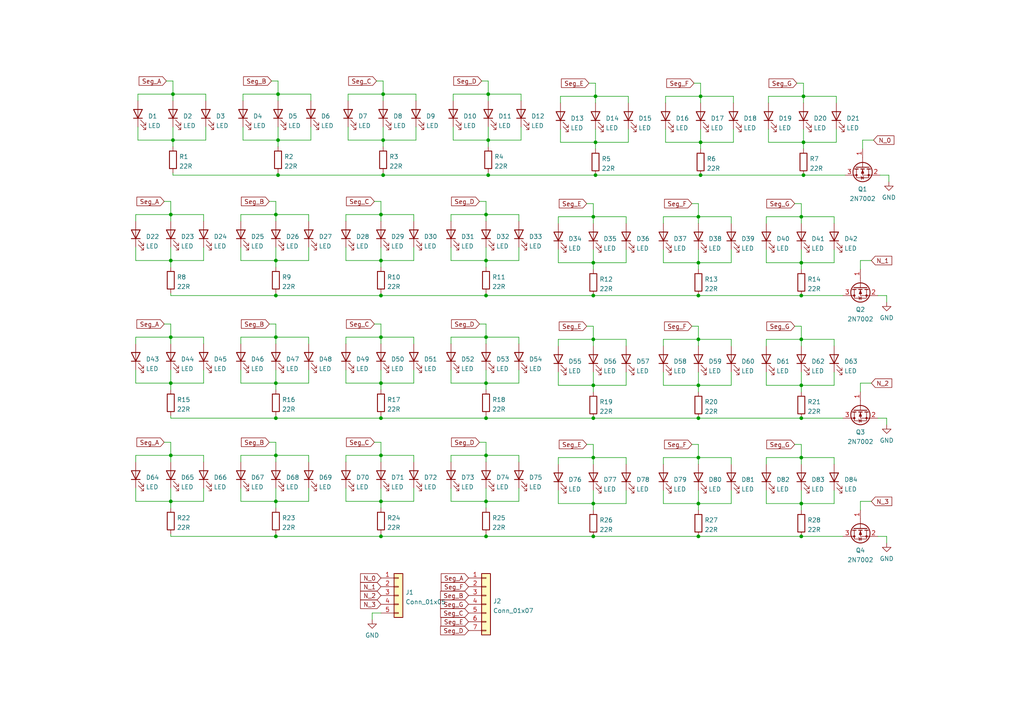
<source format=kicad_sch>
(kicad_sch (version 20211123) (generator eeschema)
  (paper "A4")
  (junction (at 140.97 111.125))
  (junction (at 202.565 85.725))
  (junction (at 172.085 111.76))
  (junction (at 110.49 121.285))
  (junction (at 111.125 50.8))
  (junction (at 232.41 121.285))
  (junction (at 110.49 145.415))
  (junction (at 110.49 111.125))
  (junction (at 110.49 75.565))
  (junction (at 80.01 85.725))
  (junction (at 80.01 155.575))
  (junction (at 202.565 132.715))
  (junction (at 233.045 50.8))
  (junction (at 49.53 97.79))
  (junction (at 80.645 27.305))
  (junction (at 140.97 121.285))
  (junction (at 80.01 132.08))
  (junction (at 202.565 146.05))
  (junction (at 172.72 50.8))
  (junction (at 50.165 27.305))
  (junction (at 202.565 62.865))
  (junction (at 203.2 41.275))
  (junction (at 80.01 97.79))
  (junction (at 140.97 145.415))
  (junction (at 110.49 62.23))
  (junction (at 141.605 40.64))
  (junction (at 140.97 62.23))
  (junction (at 110.49 85.725))
  (junction (at 232.41 62.865))
  (junction (at 140.97 85.725))
  (junction (at 172.72 41.275))
  (junction (at 172.085 121.285))
  (junction (at 49.53 132.08))
  (junction (at 202.565 121.285))
  (junction (at 232.41 155.575))
  (junction (at 80.01 75.565))
  (junction (at 233.045 27.94))
  (junction (at 140.97 155.575))
  (junction (at 232.41 111.76))
  (junction (at 232.41 85.725))
  (junction (at 203.2 50.8))
  (junction (at 140.97 132.08))
  (junction (at 172.085 98.425))
  (junction (at 232.41 76.2))
  (junction (at 172.085 85.725))
  (junction (at 172.085 62.865))
  (junction (at 49.53 111.125))
  (junction (at 49.53 145.415))
  (junction (at 172.085 132.715))
  (junction (at 80.01 111.125))
  (junction (at 202.565 76.2))
  (junction (at 140.97 75.565))
  (junction (at 232.41 132.715))
  (junction (at 80.01 121.285))
  (junction (at 202.565 111.76))
  (junction (at 80.01 145.415))
  (junction (at 50.165 40.64))
  (junction (at 172.085 76.2))
  (junction (at 49.53 75.565))
  (junction (at 202.565 98.425))
  (junction (at 49.53 62.23))
  (junction (at 110.49 132.08))
  (junction (at 80.645 50.8))
  (junction (at 110.49 155.575))
  (junction (at 232.41 98.425))
  (junction (at 110.49 97.79))
  (junction (at 111.125 40.64))
  (junction (at 80.645 40.64))
  (junction (at 140.97 97.79))
  (junction (at 233.045 41.275))
  (junction (at 232.41 146.05))
  (junction (at 172.085 146.05))
  (junction (at 202.565 155.575))
  (junction (at 172.085 155.575))
  (junction (at 203.2 27.94))
  (junction (at 111.125 27.305))
  (junction (at 80.01 62.23))
  (junction (at 172.72 27.94))
  (junction (at 141.605 50.8))
  (junction (at 141.605 27.305))
  (wire (pts (xy 172.085 121.285) (xy 202.565 121.285)))
  (wire (pts (xy 70.485 40.64) (xy 80.645 40.64)))
  (wire (pts (xy 49.53 71.755) (xy 49.53 75.565)))
  (wire (pts (xy 172.72 24.13) (xy 172.72 27.94)))
  (wire (pts (xy 130.81 111.125) (xy 140.97 111.125)))
  (wire (pts (xy 140.97 62.23) (xy 140.97 64.135)))
  (wire (pts (xy 222.885 37.465) (xy 222.885 41.275)))
  (wire (pts (xy 222.885 29.845) (xy 222.885 27.94)))
  (wire (pts (xy 232.41 76.2) (xy 232.41 78.105)))
  (wire (pts (xy 202.565 59.055) (xy 202.565 62.865)))
  (wire (pts (xy 100.965 27.305) (xy 111.125 27.305)))
  (wire (pts (xy 257.175 121.285) (xy 254.635 121.285)))
  (wire (pts (xy 120.015 133.985) (xy 120.015 132.08)))
  (wire (pts (xy 140.97 62.23) (xy 150.495 62.23)))
  (wire (pts (xy 80.01 75.565) (xy 80.01 77.47)))
  (wire (pts (xy 161.925 100.33) (xy 161.925 98.425)))
  (wire (pts (xy 110.49 145.415) (xy 110.49 147.32)))
  (wire (pts (xy 202.565 121.285) (xy 232.41 121.285)))
  (wire (pts (xy 78.74 23.495) (xy 80.645 23.495)))
  (wire (pts (xy 140.97 141.605) (xy 140.97 145.415)))
  (wire (pts (xy 107.95 179.705) (xy 107.95 177.8)))
  (wire (pts (xy 49.53 132.08) (xy 59.055 132.08)))
  (wire (pts (xy 172.085 132.715) (xy 172.085 134.62)))
  (wire (pts (xy 100.965 36.83) (xy 100.965 40.64)))
  (wire (pts (xy 222.25 111.76) (xy 232.41 111.76)))
  (wire (pts (xy 249.555 145.415) (xy 249.555 147.955)))
  (wire (pts (xy 100.33 107.315) (xy 100.33 111.125)))
  (wire (pts (xy 230.505 94.615) (xy 232.41 94.615)))
  (wire (pts (xy 162.56 41.275) (xy 172.72 41.275)))
  (wire (pts (xy 49.53 93.98) (xy 49.53 97.79)))
  (wire (pts (xy 47.625 128.27) (xy 49.53 128.27)))
  (wire (pts (xy 192.405 146.05) (xy 202.565 146.05)))
  (wire (pts (xy 110.49 128.27) (xy 110.49 132.08)))
  (wire (pts (xy 50.165 27.305) (xy 59.69 27.305)))
  (wire (pts (xy 230.505 128.905) (xy 232.41 128.905)))
  (wire (pts (xy 107.95 177.8) (xy 110.49 177.8)))
  (wire (pts (xy 212.09 76.2) (xy 212.09 72.39)))
  (wire (pts (xy 170.18 94.615) (xy 172.085 94.615)))
  (wire (pts (xy 49.53 155.575) (xy 80.01 155.575)))
  (wire (pts (xy 50.165 27.305) (xy 50.165 29.21)))
  (wire (pts (xy 80.645 36.83) (xy 80.645 40.64)))
  (wire (pts (xy 150.495 99.695) (xy 150.495 97.79)))
  (wire (pts (xy 80.01 85.09) (xy 80.01 85.725)))
  (wire (pts (xy 90.17 40.64) (xy 90.17 36.83)))
  (wire (pts (xy 50.165 40.64) (xy 50.165 42.545)))
  (wire (pts (xy 252.73 145.415) (xy 249.555 145.415)))
  (wire (pts (xy 130.81 62.23) (xy 140.97 62.23)))
  (wire (pts (xy 80.01 120.65) (xy 80.01 121.285)))
  (wire (pts (xy 181.61 64.77) (xy 181.61 62.865)))
  (wire (pts (xy 49.53 62.23) (xy 49.53 64.135)))
  (wire (pts (xy 203.2 37.465) (xy 203.2 41.275)))
  (wire (pts (xy 200.66 128.905) (xy 202.565 128.905)))
  (wire (pts (xy 172.085 76.2) (xy 172.085 78.105)))
  (wire (pts (xy 232.41 121.285) (xy 244.475 121.285)))
  (wire (pts (xy 192.405 142.24) (xy 192.405 146.05)))
  (wire (pts (xy 222.25 72.39) (xy 222.25 76.2)))
  (wire (pts (xy 69.85 64.135) (xy 69.85 62.23)))
  (wire (pts (xy 110.49 85.725) (xy 140.97 85.725)))
  (wire (pts (xy 222.25 64.77) (xy 222.25 62.865)))
  (wire (pts (xy 172.72 50.8) (xy 203.2 50.8)))
  (wire (pts (xy 140.97 111.125) (xy 150.495 111.125)))
  (wire (pts (xy 202.565 85.725) (xy 232.41 85.725)))
  (wire (pts (xy 203.2 50.8) (xy 233.045 50.8)))
  (wire (pts (xy 162.56 27.94) (xy 172.72 27.94)))
  (wire (pts (xy 80.01 97.79) (xy 89.535 97.79)))
  (wire (pts (xy 110.49 97.79) (xy 110.49 99.695)))
  (wire (pts (xy 150.495 111.125) (xy 150.495 107.315)))
  (wire (pts (xy 120.65 40.64) (xy 120.65 36.83)))
  (wire (pts (xy 69.85 141.605) (xy 69.85 145.415)))
  (wire (pts (xy 49.53 85.725) (xy 80.01 85.725)))
  (wire (pts (xy 140.97 154.94) (xy 140.97 155.575)))
  (wire (pts (xy 141.605 27.305) (xy 141.605 29.21)))
  (wire (pts (xy 202.565 111.76) (xy 202.565 113.665)))
  (wire (pts (xy 250.19 40.64) (xy 250.19 43.18)))
  (wire (pts (xy 100.33 97.79) (xy 110.49 97.79)))
  (wire (pts (xy 70.485 27.305) (xy 80.645 27.305)))
  (wire (pts (xy 232.41 107.95) (xy 232.41 111.76)))
  (wire (pts (xy 120.015 111.125) (xy 120.015 107.315)))
  (wire (pts (xy 39.37 141.605) (xy 39.37 145.415)))
  (wire (pts (xy 140.97 97.79) (xy 150.495 97.79)))
  (wire (pts (xy 170.18 59.055) (xy 172.085 59.055)))
  (wire (pts (xy 110.49 62.23) (xy 120.015 62.23)))
  (wire (pts (xy 80.01 145.415) (xy 89.535 145.415)))
  (wire (pts (xy 130.81 97.79) (xy 140.97 97.79)))
  (wire (pts (xy 50.165 50.165) (xy 50.165 50.8)))
  (wire (pts (xy 47.625 58.42) (xy 49.53 58.42)))
  (wire (pts (xy 202.565 132.715) (xy 202.565 134.62)))
  (wire (pts (xy 39.37 71.755) (xy 39.37 75.565)))
  (wire (pts (xy 222.25 100.33) (xy 222.25 98.425)))
  (wire (pts (xy 202.565 76.2) (xy 212.09 76.2)))
  (wire (pts (xy 232.41 132.715) (xy 241.935 132.715)))
  (wire (pts (xy 120.015 145.415) (xy 120.015 141.605)))
  (wire (pts (xy 49.53 58.42) (xy 49.53 62.23)))
  (wire (pts (xy 232.41 146.05) (xy 232.41 147.955)))
  (wire (pts (xy 49.53 141.605) (xy 49.53 145.415)))
  (wire (pts (xy 232.41 72.39) (xy 232.41 76.2)))
  (wire (pts (xy 172.72 41.275) (xy 172.72 43.18)))
  (wire (pts (xy 212.09 111.76) (xy 212.09 107.95)))
  (wire (pts (xy 49.53 111.125) (xy 59.055 111.125)))
  (wire (pts (xy 257.175 87.63) (xy 257.175 85.725)))
  (wire (pts (xy 203.2 27.94) (xy 212.725 27.94)))
  (wire (pts (xy 150.495 64.135) (xy 150.495 62.23)))
  (wire (pts (xy 80.01 75.565) (xy 89.535 75.565)))
  (wire (pts (xy 130.81 141.605) (xy 130.81 145.415)))
  (wire (pts (xy 69.85 97.79) (xy 80.01 97.79)))
  (wire (pts (xy 241.935 146.05) (xy 241.935 142.24)))
  (wire (pts (xy 111.125 40.64) (xy 120.65 40.64)))
  (wire (pts (xy 110.49 93.98) (xy 110.49 97.79)))
  (wire (pts (xy 140.97 58.42) (xy 140.97 62.23)))
  (wire (pts (xy 192.405 111.76) (xy 202.565 111.76)))
  (wire (pts (xy 80.645 50.8) (xy 111.125 50.8)))
  (wire (pts (xy 202.565 146.05) (xy 212.09 146.05)))
  (wire (pts (xy 59.69 40.64) (xy 59.69 36.83)))
  (wire (pts (xy 78.105 58.42) (xy 80.01 58.42)))
  (wire (pts (xy 100.33 111.125) (xy 110.49 111.125)))
  (wire (pts (xy 172.085 146.05) (xy 172.085 147.955)))
  (wire (pts (xy 49.53 120.65) (xy 49.53 121.285)))
  (wire (pts (xy 181.61 146.05) (xy 181.61 142.24)))
  (wire (pts (xy 232.41 111.76) (xy 241.935 111.76)))
  (wire (pts (xy 162.56 29.845) (xy 162.56 27.94)))
  (wire (pts (xy 141.605 50.8) (xy 172.72 50.8)))
  (wire (pts (xy 192.405 98.425) (xy 202.565 98.425)))
  (wire (pts (xy 192.405 64.77) (xy 192.405 62.865)))
  (wire (pts (xy 192.405 100.33) (xy 192.405 98.425)))
  (wire (pts (xy 139.065 93.98) (xy 140.97 93.98)))
  (wire (pts (xy 233.045 24.13) (xy 233.045 27.94)))
  (wire (pts (xy 193.04 27.94) (xy 203.2 27.94)))
  (wire (pts (xy 172.085 76.2) (xy 181.61 76.2)))
  (wire (pts (xy 39.37 75.565) (xy 49.53 75.565)))
  (wire (pts (xy 172.72 27.94) (xy 182.245 27.94)))
  (wire (pts (xy 120.015 75.565) (xy 120.015 71.755)))
  (wire (pts (xy 161.925 98.425) (xy 172.085 98.425)))
  (wire (pts (xy 49.53 62.23) (xy 59.055 62.23)))
  (wire (pts (xy 232.41 146.05) (xy 241.935 146.05)))
  (wire (pts (xy 50.165 36.83) (xy 50.165 40.64)))
  (wire (pts (xy 90.17 29.21) (xy 90.17 27.305)))
  (wire (pts (xy 80.01 128.27) (xy 80.01 132.08)))
  (wire (pts (xy 161.925 76.2) (xy 172.085 76.2)))
  (wire (pts (xy 181.61 100.33) (xy 181.61 98.425)))
  (wire (pts (xy 232.41 62.865) (xy 232.41 64.77)))
  (wire (pts (xy 78.105 128.27) (xy 80.01 128.27)))
  (wire (pts (xy 172.085 98.425) (xy 172.085 100.33)))
  (wire (pts (xy 111.125 50.165) (xy 111.125 50.8)))
  (wire (pts (xy 80.01 71.755) (xy 80.01 75.565)))
  (wire (pts (xy 233.045 41.275) (xy 233.045 43.18)))
  (wire (pts (xy 200.66 59.055) (xy 202.565 59.055)))
  (wire (pts (xy 100.33 62.23) (xy 110.49 62.23)))
  (wire (pts (xy 47.625 93.98) (xy 49.53 93.98)))
  (wire (pts (xy 69.85 71.755) (xy 69.85 75.565)))
  (wire (pts (xy 172.085 94.615) (xy 172.085 98.425)))
  (wire (pts (xy 200.66 94.615) (xy 202.565 94.615)))
  (wire (pts (xy 202.565 142.24) (xy 202.565 146.05)))
  (wire (pts (xy 172.085 62.865) (xy 181.61 62.865)))
  (wire (pts (xy 233.045 41.275) (xy 242.57 41.275)))
  (wire (pts (xy 203.2 41.275) (xy 203.2 43.18)))
  (wire (pts (xy 222.25 107.95) (xy 222.25 111.76)))
  (wire (pts (xy 203.2 41.275) (xy 212.725 41.275)))
  (wire (pts (xy 162.56 37.465) (xy 162.56 41.275)))
  (wire (pts (xy 172.72 27.94) (xy 172.72 29.845)))
  (wire (pts (xy 130.81 132.08) (xy 140.97 132.08)))
  (wire (pts (xy 202.565 155.575) (xy 232.41 155.575)))
  (wire (pts (xy 192.405 76.2) (xy 202.565 76.2)))
  (wire (pts (xy 222.885 41.275) (xy 233.045 41.275)))
  (wire (pts (xy 140.97 107.315) (xy 140.97 111.125)))
  (wire (pts (xy 100.33 133.985) (xy 100.33 132.08)))
  (wire (pts (xy 80.645 40.64) (xy 80.645 42.545)))
  (wire (pts (xy 120.015 64.135) (xy 120.015 62.23)))
  (wire (pts (xy 172.72 41.275) (xy 182.245 41.275)))
  (wire (pts (xy 172.085 142.24) (xy 172.085 146.05)))
  (wire (pts (xy 108.585 58.42) (xy 110.49 58.42)))
  (wire (pts (xy 110.49 111.125) (xy 120.015 111.125)))
  (wire (pts (xy 110.49 71.755) (xy 110.49 75.565)))
  (wire (pts (xy 182.245 41.275) (xy 182.245 37.465)))
  (wire (pts (xy 39.37 64.135) (xy 39.37 62.23)))
  (wire (pts (xy 70.485 36.83) (xy 70.485 40.64)))
  (wire (pts (xy 80.01 141.605) (xy 80.01 145.415)))
  (wire (pts (xy 202.565 107.95) (xy 202.565 111.76)))
  (wire (pts (xy 110.49 75.565) (xy 110.49 77.47)))
  (wire (pts (xy 222.25 146.05) (xy 232.41 146.05)))
  (wire (pts (xy 172.085 85.725) (xy 202.565 85.725)))
  (wire (pts (xy 69.85 145.415) (xy 80.01 145.415)))
  (wire (pts (xy 110.49 155.575) (xy 140.97 155.575)))
  (wire (pts (xy 141.605 40.64) (xy 151.13 40.64)))
  (wire (pts (xy 140.97 97.79) (xy 140.97 99.695)))
  (wire (pts (xy 172.085 111.76) (xy 172.085 113.665)))
  (wire (pts (xy 181.61 76.2) (xy 181.61 72.39)))
  (wire (pts (xy 69.85 75.565) (xy 80.01 75.565)))
  (wire (pts (xy 212.725 29.845) (xy 212.725 27.94)))
  (wire (pts (xy 59.055 111.125) (xy 59.055 107.315)))
  (wire (pts (xy 110.49 58.42) (xy 110.49 62.23)))
  (wire (pts (xy 80.01 132.08) (xy 80.01 133.985)))
  (wire (pts (xy 40.005 40.64) (xy 50.165 40.64)))
  (wire (pts (xy 232.41 94.615) (xy 232.41 98.425)))
  (wire (pts (xy 89.535 145.415) (xy 89.535 141.605)))
  (wire (pts (xy 40.005 29.21) (xy 40.005 27.305)))
  (wire (pts (xy 89.535 75.565) (xy 89.535 71.755)))
  (wire (pts (xy 39.37 111.125) (xy 49.53 111.125)))
  (wire (pts (xy 161.925 134.62) (xy 161.925 132.715)))
  (wire (pts (xy 110.49 107.315) (xy 110.49 111.125)))
  (wire (pts (xy 140.97 111.125) (xy 140.97 113.03)))
  (wire (pts (xy 49.53 154.94) (xy 49.53 155.575)))
  (wire (pts (xy 49.53 97.79) (xy 49.53 99.695)))
  (wire (pts (xy 202.565 132.715) (xy 212.09 132.715)))
  (wire (pts (xy 110.49 145.415) (xy 120.015 145.415)))
  (wire (pts (xy 140.97 75.565) (xy 140.97 77.47)))
  (wire (pts (xy 110.49 97.79) (xy 120.015 97.79)))
  (wire (pts (xy 161.925 64.77) (xy 161.925 62.865)))
  (wire (pts (xy 49.53 75.565) (xy 59.055 75.565)))
  (wire (pts (xy 130.81 133.985) (xy 130.81 132.08)))
  (wire (pts (xy 172.085 62.865) (xy 172.085 64.77)))
  (wire (pts (xy 241.935 134.62) (xy 241.935 132.715)))
  (wire (pts (xy 110.49 120.65) (xy 110.49 121.285)))
  (wire (pts (xy 172.085 59.055) (xy 172.085 62.865)))
  (wire (pts (xy 49.53 145.415) (xy 59.055 145.415)))
  (wire (pts (xy 100.33 132.08) (xy 110.49 132.08)))
  (wire (pts (xy 192.405 132.715) (xy 202.565 132.715)))
  (wire (pts (xy 257.175 123.19) (xy 257.175 121.285)))
  (wire (pts (xy 257.81 52.705) (xy 257.81 50.8)))
  (wire (pts (xy 140.97 85.09) (xy 140.97 85.725)))
  (wire (pts (xy 212.09 64.77) (xy 212.09 62.865)))
  (wire (pts (xy 130.81 75.565) (xy 140.97 75.565)))
  (wire (pts (xy 100.33 75.565) (xy 110.49 75.565)))
  (wire (pts (xy 257.81 50.8) (xy 255.27 50.8)))
  (wire (pts (xy 131.445 29.21) (xy 131.445 27.305)))
  (wire (pts (xy 233.045 50.8) (xy 245.11 50.8)))
  (wire (pts (xy 131.445 36.83) (xy 131.445 40.64)))
  (wire (pts (xy 50.165 50.8) (xy 80.645 50.8)))
  (wire (pts (xy 80.645 27.305) (xy 90.17 27.305)))
  (wire (pts (xy 59.055 75.565) (xy 59.055 71.755)))
  (wire (pts (xy 111.125 27.305) (xy 120.65 27.305)))
  (wire (pts (xy 161.925 142.24) (xy 161.925 146.05)))
  (wire (pts (xy 100.33 64.135) (xy 100.33 62.23)))
  (wire (pts (xy 141.605 40.64) (xy 141.605 42.545)))
  (wire (pts (xy 192.405 134.62) (xy 192.405 132.715)))
  (wire (pts (xy 257.175 85.725) (xy 254.635 85.725)))
  (wire (pts (xy 232.41 155.575) (xy 244.475 155.575)))
  (wire (pts (xy 161.925 146.05) (xy 172.085 146.05)))
  (wire (pts (xy 249.555 111.125) (xy 249.555 113.665)))
  (wire (pts (xy 181.61 111.76) (xy 181.61 107.95)))
  (wire (pts (xy 110.49 85.09) (xy 110.49 85.725)))
  (wire (pts (xy 110.49 111.125) (xy 110.49 113.03)))
  (wire (pts (xy 141.605 23.495) (xy 141.605 27.305)))
  (wire (pts (xy 80.645 23.495) (xy 80.645 27.305)))
  (wire (pts (xy 110.49 154.94) (xy 110.49 155.575)))
  (wire (pts (xy 140.97 155.575) (xy 172.085 155.575)))
  (wire (pts (xy 212.09 146.05) (xy 212.09 142.24)))
  (wire (pts (xy 80.01 85.725) (xy 110.49 85.725)))
  (wire (pts (xy 193.04 41.275) (xy 203.2 41.275)))
  (wire (pts (xy 100.965 40.64) (xy 111.125 40.64)))
  (wire (pts (xy 140.97 121.285) (xy 172.085 121.285)))
  (wire (pts (xy 222.25 98.425) (xy 232.41 98.425)))
  (wire (pts (xy 202.565 62.865) (xy 212.09 62.865)))
  (wire (pts (xy 202.565 76.2) (xy 202.565 78.105)))
  (wire (pts (xy 172.085 146.05) (xy 181.61 146.05)))
  (wire (pts (xy 120.65 29.21) (xy 120.65 27.305)))
  (wire (pts (xy 130.81 145.415) (xy 140.97 145.415)))
  (wire (pts (xy 193.04 29.845) (xy 193.04 27.94)))
  (wire (pts (xy 151.13 29.21) (xy 151.13 27.305)))
  (wire (pts (xy 69.85 99.695) (xy 69.85 97.79)))
  (wire (pts (xy 222.25 76.2) (xy 232.41 76.2)))
  (wire (pts (xy 131.445 40.64) (xy 141.605 40.64)))
  (wire (pts (xy 172.085 111.76) (xy 181.61 111.76)))
  (wire (pts (xy 202.565 128.905) (xy 202.565 132.715)))
  (wire (pts (xy 110.49 75.565) (xy 120.015 75.565)))
  (wire (pts (xy 232.41 98.425) (xy 232.41 100.33)))
  (wire (pts (xy 80.645 40.64) (xy 90.17 40.64)))
  (wire (pts (xy 222.25 132.715) (xy 232.41 132.715)))
  (wire (pts (xy 140.97 132.08) (xy 140.97 133.985)))
  (wire (pts (xy 161.925 107.95) (xy 161.925 111.76)))
  (wire (pts (xy 40.005 27.305) (xy 50.165 27.305)))
  (wire (pts (xy 140.97 128.27) (xy 140.97 132.08)))
  (wire (pts (xy 49.53 75.565) (xy 49.53 77.47)))
  (wire (pts (xy 100.33 71.755) (xy 100.33 75.565)))
  (wire (pts (xy 39.37 133.985) (xy 39.37 132.08)))
  (wire (pts (xy 151.13 40.64) (xy 151.13 36.83)))
  (wire (pts (xy 70.485 29.21) (xy 70.485 27.305)))
  (wire (pts (xy 212.09 134.62) (xy 212.09 132.715)))
  (wire (pts (xy 141.605 27.305) (xy 151.13 27.305)))
  (wire (pts (xy 89.535 133.985) (xy 89.535 132.08)))
  (wire (pts (xy 172.085 98.425) (xy 181.61 98.425)))
  (wire (pts (xy 80.645 50.165) (xy 80.645 50.8)))
  (wire (pts (xy 222.25 142.24) (xy 222.25 146.05)))
  (wire (pts (xy 80.01 155.575) (xy 110.49 155.575)))
  (wire (pts (xy 232.41 142.24) (xy 232.41 146.05)))
  (wire (pts (xy 202.565 62.865) (xy 202.565 64.77)))
  (wire (pts (xy 80.01 97.79) (xy 80.01 99.695)))
  (wire (pts (xy 39.37 145.415) (xy 49.53 145.415)))
  (wire (pts (xy 253.365 40.64) (xy 250.19 40.64)))
  (wire (pts (xy 49.53 97.79) (xy 59.055 97.79)))
  (wire (pts (xy 59.055 99.695) (xy 59.055 97.79)))
  (wire (pts (xy 193.04 37.465) (xy 193.04 41.275)))
  (wire (pts (xy 131.445 27.305) (xy 141.605 27.305)))
  (wire (pts (xy 181.61 134.62) (xy 181.61 132.715)))
  (wire (pts (xy 110.49 132.08) (xy 110.49 133.985)))
  (wire (pts (xy 233.045 27.94) (xy 242.57 27.94)))
  (wire (pts (xy 231.14 24.13) (xy 233.045 24.13)))
  (wire (pts (xy 80.01 121.285) (xy 110.49 121.285)))
  (wire (pts (xy 110.49 121.285) (xy 140.97 121.285)))
  (wire (pts (xy 80.01 111.125) (xy 80.01 113.03)))
  (wire (pts (xy 150.495 133.985) (xy 150.495 132.08)))
  (wire (pts (xy 80.645 27.305) (xy 80.645 29.21)))
  (wire (pts (xy 49.53 128.27) (xy 49.53 132.08)))
  (wire (pts (xy 172.085 155.575) (xy 202.565 155.575)))
  (wire (pts (xy 110.49 141.605) (xy 110.49 145.415)))
  (wire (pts (xy 232.41 85.725) (xy 244.475 85.725)))
  (wire (pts (xy 252.73 111.125) (xy 249.555 111.125)))
  (wire (pts (xy 120.015 99.695) (xy 120.015 97.79)))
  (wire (pts (xy 172.085 128.905) (xy 172.085 132.715)))
  (wire (pts (xy 241.935 64.77) (xy 241.935 62.865)))
  (wire (pts (xy 203.2 24.13) (xy 203.2 27.94)))
  (wire (pts (xy 49.53 132.08) (xy 49.53 133.985)))
  (wire (pts (xy 170.815 24.13) (xy 172.72 24.13)))
  (wire (pts (xy 232.41 111.76) (xy 232.41 113.665)))
  (wire (pts (xy 140.97 132.08) (xy 150.495 132.08)))
  (wire (pts (xy 202.565 98.425) (xy 212.09 98.425)))
  (wire (pts (xy 80.01 107.315) (xy 80.01 111.125)))
  (wire (pts (xy 202.565 98.425) (xy 202.565 100.33)))
  (wire (pts (xy 49.53 145.415) (xy 49.53 147.32)))
  (wire (pts (xy 80.01 145.415) (xy 80.01 147.32)))
  (wire (pts (xy 78.105 93.98) (xy 80.01 93.98)))
  (wire (pts (xy 40.005 36.83) (xy 40.005 40.64)))
  (wire (pts (xy 111.125 23.495) (xy 111.125 27.305)))
  (wire (pts (xy 69.85 62.23) (xy 80.01 62.23)))
  (wire (pts (xy 50.165 23.495) (xy 50.165 27.305)))
  (wire (pts (xy 172.085 72.39) (xy 172.085 76.2)))
  (wire (pts (xy 241.935 111.76) (xy 241.935 107.95)))
  (wire (pts (xy 59.055 145.415) (xy 59.055 141.605)))
  (wire (pts (xy 130.81 99.695) (xy 130.81 97.79)))
  (wire (pts (xy 232.41 132.715) (xy 232.41 134.62)))
  (wire (pts (xy 59.69 29.21) (xy 59.69 27.305)))
  (wire (pts (xy 192.405 107.95) (xy 192.405 111.76)))
  (wire (pts (xy 140.97 85.725) (xy 172.085 85.725)))
  (wire (pts (xy 110.49 132.08) (xy 120.015 132.08)))
  (wire (pts (xy 80.01 58.42) (xy 80.01 62.23)))
  (wire (pts (xy 192.405 72.39) (xy 192.405 76.2)))
  (wire (pts (xy 80.01 154.94) (xy 80.01 155.575)))
  (wire (pts (xy 80.01 111.125) (xy 89.535 111.125)))
  (wire (pts (xy 50.165 40.64) (xy 59.69 40.64)))
  (wire (pts (xy 233.045 37.465) (xy 233.045 41.275)))
  (wire (pts (xy 203.2 27.94) (xy 203.2 29.845)))
  (wire (pts (xy 150.495 145.415) (xy 150.495 141.605)))
  (wire (pts (xy 111.125 36.83) (xy 111.125 40.64)))
  (wire (pts (xy 182.245 29.845) (xy 182.245 27.94)))
  (wire (pts (xy 161.925 62.865) (xy 172.085 62.865)))
  (wire (pts (xy 108.585 93.98) (xy 110.49 93.98)))
  (wire (pts (xy 39.37 107.315) (xy 39.37 111.125)))
  (wire (pts (xy 39.37 97.79) (xy 49.53 97.79)))
  (wire (pts (xy 139.7 23.495) (xy 141.605 23.495)))
  (wire (pts (xy 140.97 145.415) (xy 140.97 147.32)))
  (wire (pts (xy 140.97 75.565) (xy 150.495 75.565)))
  (wire (pts (xy 49.53 107.315) (xy 49.53 111.125)))
  (wire (pts (xy 202.565 111.76) (xy 212.09 111.76)))
  (wire (pts (xy 172.085 107.95) (xy 172.085 111.76)))
  (wire (pts (xy 130.81 107.315) (xy 130.81 111.125)))
  (wire (pts (xy 111.125 50.8) (xy 141.605 50.8)))
  (wire (pts (xy 100.33 145.415) (xy 110.49 145.415)))
  (wire (pts (xy 233.045 27.94) (xy 233.045 29.845)))
  (wire (pts (xy 80.01 62.23) (xy 80.01 64.135)))
  (wire (pts (xy 100.965 29.21) (xy 100.965 27.305)))
  (wire (pts (xy 257.175 155.575) (xy 254.635 155.575)))
  (wire (pts (xy 201.295 24.13) (xy 203.2 24.13)))
  (wire (pts (xy 69.85 133.985) (xy 69.85 132.08)))
  (wire (pts (xy 130.81 71.755) (xy 130.81 75.565)))
  (wire (pts (xy 49.53 121.285) (xy 80.01 121.285)))
  (wire (pts (xy 230.505 59.055) (xy 232.41 59.055)))
  (wire (pts (xy 141.605 50.165) (xy 141.605 50.8)))
  (wire (pts (xy 172.085 132.715) (xy 181.61 132.715)))
  (wire (pts (xy 89.535 64.135) (xy 89.535 62.23)))
  (wire (pts (xy 59.055 133.985) (xy 59.055 132.08)))
  (wire (pts (xy 202.565 72.39) (xy 202.565 76.2)))
  (wire (pts (xy 110.49 62.23) (xy 110.49 64.135)))
  (wire (pts (xy 80.01 132.08) (xy 89.535 132.08)))
  (wire (pts (xy 242.57 29.845) (xy 242.57 27.94)))
  (wire (pts (xy 232.41 59.055) (xy 232.41 62.865)))
  (wire (pts (xy 139.065 58.42) (xy 140.97 58.42)))
  (wire (pts (xy 232.41 98.425) (xy 241.935 98.425)))
  (wire (pts (xy 249.555 75.565) (xy 249.555 78.105)))
  (wire (pts (xy 139.065 128.27) (xy 140.97 128.27)))
  (wire (pts (xy 48.26 23.495) (xy 50.165 23.495)))
  (wire (pts (xy 172.72 37.465) (xy 172.72 41.275)))
  (wire (pts (xy 141.605 36.83) (xy 141.605 40.64)))
  (wire (pts (xy 49.53 111.125) (xy 49.53 113.03)))
  (wire (pts (xy 257.175 157.48) (xy 257.175 155.575)))
  (wire (pts (xy 69.85 111.125) (xy 80.01 111.125)))
  (wire (pts (xy 39.37 62.23) (xy 49.53 62.23)))
  (wire (pts (xy 161.925 111.76) (xy 172.085 111.76)))
  (wire (pts (xy 232.41 76.2) (xy 241.935 76.2)))
  (wire (pts (xy 108.585 128.27) (xy 110.49 128.27)))
  (wire (pts (xy 140.97 145.415) (xy 150.495 145.415)))
  (wire (pts (xy 89.535 111.125) (xy 89.535 107.315)))
  (wire (pts (xy 111.125 27.305) (xy 111.125 29.21)))
  (wire (pts (xy 59.055 64.135) (xy 59.055 62.23)))
  (wire (pts (xy 241.935 100.33) (xy 241.935 98.425)))
  (wire (pts (xy 252.73 75.565) (xy 249.555 75.565)))
  (wire (pts (xy 49.53 85.09) (xy 49.53 85.725)))
  (wire (pts (xy 140.97 93.98) (xy 140.97 97.79)))
  (wire (pts (xy 161.925 132.715) (xy 172.085 132.715)))
  (wire (pts (xy 222.885 27.94) (xy 233.045 27.94)))
  (wire (pts (xy 39.37 99.695) (xy 39.37 97.79)))
  (wire (pts (xy 150.495 75.565) (xy 150.495 71.755)))
  (wire (pts (xy 89.535 99.695) (xy 89.535 97.79)))
  (wire (pts (xy 111.125 40.64) (xy 111.125 42.545)))
  (wire (pts (xy 242.57 41.275) (xy 242.57 37.465)))
  (wire (pts (xy 161.925 72.39) (xy 161.925 76.2)))
  (wire (pts (xy 130.81 64.135) (xy 130.81 62.23)))
  (wire (pts (xy 39.37 132.08) (xy 49.53 132.08)))
  (wire (pts (xy 232.41 128.905) (xy 232.41 132.715)))
  (wire (pts (xy 202.565 146.05) (xy 202.565 147.955)))
  (wire (pts (xy 80.01 62.23) (xy 89.535 62.23)))
  (wire (pts (xy 241.935 76.2) (xy 241.935 72.39)))
  (wire (pts (xy 100.33 99.695) (xy 100.33 97.79)))
  (wire (pts (xy 222.25 62.865) (xy 232.41 62.865)))
  (wire (pts (xy 80.01 93.98) (xy 80.01 97.79)))
  (wire (pts (xy 202.565 94.615) (xy 202.565 98.425)))
  (wire (pts (xy 140.97 71.755) (xy 140.97 75.565)))
  (wire (pts (xy 69.85 107.315) (xy 69.85 111.125)))
  (wire (pts (xy 69.85 132.08) (xy 80.01 132.08)))
  (wire (pts (xy 222.25 134.62) (xy 222.25 132.715)))
  (wire (pts (xy 232.41 62.865) (xy 241.935 62.865)))
  (wire (pts (xy 100.33 141.605) (xy 100.33 145.415)))
  (wire (pts (xy 212.725 41.275) (xy 212.725 37.465)))
  (wire (pts (xy 170.18 128.905) (xy 172.085 128.905)))
  (wire (pts (xy 140.97 120.65) (xy 140.97 121.285)))
  (wire (pts (xy 212.09 100.33) (xy 212.09 98.425)))
  (wire (pts (xy 192.405 62.865) (xy 202.565 62.865)))
  (wire (pts (xy 109.22 23.495) (xy 111.125 23.495)))
  (global_label "Seg_D" (shape input) (at 139.065 128.27 180) (property "Intersheet References" "${INTERSHEET_REFS}" (effects hide)))
  (global_label "Seg_F" (shape input) (at 200.66 94.615 180) (property "Intersheet References" "${INTERSHEET_REFS}" (effects hide)))
  (global_label "Seg_F" (shape input) (at 135.89 170.18 180) (property "Intersheet References" "${INTERSHEET_REFS}" (effects hide)))
  (global_label "Seg_C" (shape input) (at 108.585 58.42 180) (property "Intersheet References" "${INTERSHEET_REFS}" (effects hide)))
  (global_label "Seg_B" (shape input) (at 78.105 128.27 180) (property "Intersheet References" "${INTERSHEET_REFS}" (effects hide)))
  (global_label "N_3" (shape input) (at 252.73 145.415 0) (property "Intersheet References" "${INTERSHEET_REFS}" (effects hide)))
  (global_label "Seg_G" (shape input) (at 231.14 24.13 180) (property "Intersheet References" "${INTERSHEET_REFS}" (effects hide)))
  (global_label "N_0" (shape input) (at 110.49 167.64 180) (property "Intersheet References" "${INTERSHEET_REFS}" (effects hide)))
  (global_label "Seg_F" (shape input) (at 201.295 24.13 180) (property "Intersheet References" "${INTERSHEET_REFS}" (effects hide)))
  (global_label "Seg_C" (shape input) (at 108.585 128.27 180) (property "Intersheet References" "${INTERSHEET_REFS}" (effects hide)))
  (global_label "Seg_E" (shape input) (at 170.18 59.055 180) (property "Intersheet References" "${INTERSHEET_REFS}" (effects hide)))
  (global_label "N_2" (shape input) (at 252.73 111.125 0) (property "Intersheet References" "${INTERSHEET_REFS}" (effects hide)))
  (global_label "Seg_C" (shape input) (at 109.22 23.495 180) (property "Intersheet References" "${INTERSHEET_REFS}" (effects hide)))
  (global_label "Seg_F" (shape input) (at 200.66 59.055 180) (property "Intersheet References" "${INTERSHEET_REFS}" (effects hide)))
  (global_label "Seg_A" (shape input) (at 48.26 23.495 180) (property "Intersheet References" "${INTERSHEET_REFS}" (effects hide)))
  (global_label "Seg_E" (shape input) (at 135.89 180.34 180) (property "Intersheet References" "${INTERSHEET_REFS}" (effects hide)))
  (global_label "Seg_D" (shape input) (at 139.7 23.495 180) (property "Intersheet References" "${INTERSHEET_REFS}" (effects hide)))
  (global_label "Seg_E" (shape input) (at 170.18 94.615 180) (property "Intersheet References" "${INTERSHEET_REFS}" (effects hide)))
  (global_label "Seg_C" (shape input) (at 135.89 177.8 180) (property "Intersheet References" "${INTERSHEET_REFS}" (effects hide)))
  (global_label "Seg_E" (shape input) (at 170.18 128.905 180) (property "Intersheet References" "${INTERSHEET_REFS}" (effects hide)))
  (global_label "Seg_G" (shape input) (at 230.505 59.055 180) (property "Intersheet References" "${INTERSHEET_REFS}" (effects hide)))
  (global_label "Seg_D" (shape input) (at 139.065 58.42 180) (property "Intersheet References" "${INTERSHEET_REFS}" (effects hide)))
  (global_label "Seg_B" (shape input) (at 135.89 172.72 180) (property "Intersheet References" "${INTERSHEET_REFS}" (effects hide)))
  (global_label "N_0" (shape input) (at 253.365 40.64 0) (property "Intersheet References" "${INTERSHEET_REFS}" (effects hide)))
  (global_label "Seg_G" (shape input) (at 135.89 175.26 180) (property "Intersheet References" "${INTERSHEET_REFS}" (effects hide)))
  (global_label "Seg_G" (shape input) (at 230.505 94.615 180) (property "Intersheet References" "${INTERSHEET_REFS}" (effects hide)))
  (global_label "Seg_C" (shape input) (at 108.585 93.98 180) (property "Intersheet References" "${INTERSHEET_REFS}" (effects hide)))
  (global_label "Seg_B" (shape input) (at 78.105 58.42 180) (property "Intersheet References" "${INTERSHEET_REFS}" (effects hide)))
  (global_label "Seg_A" (shape input) (at 47.625 93.98 180) (property "Intersheet References" "${INTERSHEET_REFS}" (effects hide)))
  (global_label "Seg_A" (shape input) (at 47.625 58.42 180) (property "Intersheet References" "${INTERSHEET_REFS}" (effects hide)))
  (global_label "N_3" (shape input) (at 110.49 175.26 180) (property "Intersheet References" "${INTERSHEET_REFS}" (effects hide)))
  (global_label "N_2" (shape input) (at 110.49 172.72 180) (property "Intersheet References" "${INTERSHEET_REFS}" (effects hide)))
  (global_label "Seg_A" (shape input) (at 47.625 128.27 180) (property "Intersheet References" "${INTERSHEET_REFS}" (effects hide)))
  (global_label "Seg_D" (shape input) (at 139.065 93.98 180) (property "Intersheet References" "${INTERSHEET_REFS}" (effects hide)))
  (global_label "Seg_F" (shape input) (at 200.66 128.905 180) (property "Intersheet References" "${INTERSHEET_REFS}" (effects hide)))
  (global_label "Seg_A" (shape input) (at 135.89 167.64 180) (property "Intersheet References" "${INTERSHEET_REFS}" (effects hide)))
  (global_label "Seg_E" (shape input) (at 170.815 24.13 180) (property "Intersheet References" "${INTERSHEET_REFS}" (effects hide)))
  (global_label "Seg_G" (shape input) (at 230.505 128.905 180) (property "Intersheet References" "${INTERSHEET_REFS}" (effects hide)))
  (global_label "N_1" (shape input) (at 110.49 170.18 180) (property "Intersheet References" "${INTERSHEET_REFS}" (effects hide)))
  (global_label "N_1" (shape input) (at 252.73 75.565 0) (property "Intersheet References" "${INTERSHEET_REFS}" (effects hide)))
  (global_label "Seg_B" (shape input) (at 78.74 23.495 180) (property "Intersheet References" "${INTERSHEET_REFS}" (effects hide)))
  (global_label "Seg_B" (shape input) (at 78.105 93.98 180) (property "Intersheet References" "${INTERSHEET_REFS}" (effects hide)))
  (global_label "Seg_D" (shape input) (at 135.89 182.88 180) (property "Intersheet References" "${INTERSHEET_REFS}" (effects hide)))
  (symbol (lib_id "Device:LED") (at 161.925 68.58 90) (unit 1)
    (property "Reference" "D34" (at 164.846 69.259 90) (effects (justify right)))
    (property "Value" "LED" (at 164.846 72.0341 90) (effects (justify right)))
    (property "Footprint" "LED_SMD:LED_0402_1005Metric" (effects hide))
  )
  (symbol (lib_id "Device:LED") (at 80.01 103.505 90) (unit 1)
    (property "Reference" "D47" (at 82.931 104.184 90) (effects (justify right)))
    (property "Value" "LED" (at 82.931 106.9591 90) (effects (justify right)))
    (property "Footprint" "LED_SMD:LED_0402_1005Metric" (effects hide))
  )
  (symbol (lib_id "Device:LED") (at 172.085 138.43 90) (unit 1)
    (property "Reference" "D77" (at 175.006 139.109 90) (effects (justify right)))
    (property "Value" "LED" (at 175.006 141.8841 90) (effects (justify right)))
    (property "Footprint" "LED_SMD:LED_0402_1005Metric" (effects hide))
  )
  (symbol (lib_id "Device:LED") (at 212.09 104.14 90) (unit 1)
    (property "Reference" "D60" (at 215.011 104.819 90) (effects (justify right)))
    (property "Value" "LED" (at 215.011 107.5941 90) (effects (justify right)))
    (property "Footprint" "LED_SMD:LED_0402_1005Metric" (effects hide))
  )
  (symbol (lib_id "Device:LED") (at 69.85 103.505 90) (unit 1)
    (property "Reference" "D46" (at 72.771 104.184 90) (effects (justify right)))
    (property "Value" "LED" (at 72.771 106.9591 90) (effects (justify right)))
    (property "Footprint" "LED_SMD:LED_0402_1005Metric" (effects hide))
  )
  (symbol (lib_id "Device:LED") (at 100.33 137.795 90) (unit 1)
    (property "Reference" "D70" (at 103.251 138.474 90) (effects (justify right)))
    (property "Value" "LED" (at 103.251 141.2491 90) (effects (justify right)))
    (property "Footprint" "LED_SMD:LED_0402_1005Metric" (effects hide))
  )
  (symbol (lib_id "Device:LED") (at 172.085 68.58 90) (unit 1)
    (property "Reference" "D35" (at 175.006 69.259 90) (effects (justify right)))
    (property "Value" "LED" (at 175.006 72.0341 90) (effects (justify right)))
    (property "Footprint" "LED_SMD:LED_0402_1005Metric" (effects hide))
  )
  (symbol (lib_id "Device:R") (at 172.085 81.915 0) (unit 1)
    (property "Reference" "R12" (at 173.863 81.0065 0) (effects (justify left)))
    (property "Value" "22R" (at 173.863 83.7816 0) (effects (justify left)))
    (property "Footprint" "Resistor_SMD:R_0402_1005Metric" (effects hide))
  )
  (symbol (lib_id "Device:LED") (at 89.535 67.945 90) (unit 1)
    (property "Reference" "D27" (at 92.456 68.624 90) (effects (justify right)))
    (property "Value" "LED" (at 92.456 71.3991 90) (effects (justify right)))
    (property "Footprint" "LED_SMD:LED_0402_1005Metric" (effects hide))
  )
  (symbol (lib_id "Device:R") (at 202.565 117.475 0) (unit 1)
    (property "Reference" "R20" (at 204.343 116.5665 0) (effects (justify left)))
    (property "Value" "22R" (at 204.343 119.3416 0) (effects (justify left)))
    (property "Footprint" "Resistor_SMD:R_0402_1005Metric" (effects hide))
  )
  (symbol (lib_id "Device:LED") (at 150.495 67.945 90) (unit 1)
    (property "Reference" "D33" (at 153.416 68.624 90) (effects (justify right)))
    (property "Value" "LED" (at 153.416 71.3991 90) (effects (justify right)))
    (property "Footprint" "LED_SMD:LED_0402_1005Metric" (effects hide))
  )
  (symbol (lib_id "Device:LED") (at 69.85 137.795 90) (unit 1)
    (property "Reference" "D67" (at 72.771 138.474 90) (effects (justify right)))
    (property "Value" "LED" (at 72.771 141.2491 90) (effects (justify right)))
    (property "Footprint" "LED_SMD:LED_0402_1005Metric" (effects hide))
  )
  (symbol (lib_id "Device:LED") (at 181.61 68.58 90) (unit 1)
    (property "Reference" "D36" (at 184.531 69.259 90) (effects (justify right)))
    (property "Value" "LED" (at 184.531 72.0341 90) (effects (justify right)))
    (property "Footprint" "LED_SMD:LED_0402_1005Metric" (effects hide))
  )
  (symbol (lib_id "Device:LED") (at 59.69 33.02 90) (unit 1)
    (property "Reference" "D3" (at 62.611 33.699 90) (effects (justify right)))
    (property "Value" "LED" (at 62.611 36.4741 90) (effects (justify right)))
    (property "Footprint" "LED_SMD:LED_0402_1005Metric" (effects hide))
  )
  (symbol (lib_id "Device:LED") (at 50.165 33.02 90) (unit 1)
    (property "Reference" "D2" (at 53.086 33.699 90) (effects (justify right)))
    (property "Value" "LED" (at 53.086 36.4741 90) (effects (justify right)))
    (property "Footprint" "LED_SMD:LED_0402_1005Metric" (effects hide))
  )
  (symbol (lib_id "Device:R") (at 110.49 116.84 0) (unit 1)
    (property "Reference" "R17" (at 112.268 115.9315 0) (effects (justify left)))
    (property "Value" "22R" (at 112.268 118.7066 0) (effects (justify left)))
    (property "Footprint" "Resistor_SMD:R_0402_1005Metric" (effects hide))
  )
  (symbol (lib_id "power:GND") (at 107.95 179.705 0) (unit 1)
    (property "Reference" "#PWR05" (effects hide))
    (property "Value" "GND" (at 107.95 184.2675 0))
  )
  (symbol (lib_id "Device:LED") (at 203.2 33.655 90) (unit 1)
    (property "Reference" "D17" (at 206.121 34.334 90) (effects (justify right)))
    (property "Value" "LED" (at 206.121 37.1091 90) (effects (justify right)))
    (property "Footprint" "LED_SMD:LED_0402_1005Metric" (effects hide))
  )
  (symbol (lib_id "Device:LED") (at 172.72 33.655 90) (unit 1)
    (property "Reference" "D14" (at 175.641 34.334 90) (effects (justify right)))
    (property "Value" "LED" (at 175.641 37.1091 90) (effects (justify right)))
    (property "Footprint" "LED_SMD:LED_0402_1005Metric" (effects hide))
  )
  (symbol (lib_id "Device:LED") (at 150.495 103.505 90) (unit 1)
    (property "Reference" "D54" (at 153.416 104.184 90) (effects (justify right)))
    (property "Value" "LED" (at 153.416 106.9591 90) (effects (justify right)))
    (property "Footprint" "LED_SMD:LED_0402_1005Metric" (effects hide))
  )
  (symbol (lib_id "Device:R") (at 50.165 46.355 0) (unit 1)
    (property "Reference" "R1" (at 51.943 45.4465 0) (effects (justify left)))
    (property "Value" "22R" (at 51.943 48.2216 0) (effects (justify left)))
    (property "Footprint" "Resistor_SMD:R_0402_1005Metric" (effects hide))
  )
  (symbol (lib_id "Device:R") (at 140.97 116.84 0) (unit 1)
    (property "Reference" "R18" (at 142.748 115.9315 0) (effects (justify left)))
    (property "Value" "22R" (at 142.748 118.7066 0) (effects (justify left)))
    (property "Footprint" "Resistor_SMD:R_0402_1005Metric" (effects hide))
  )
  (symbol (lib_id "Device:LED") (at 232.41 138.43 90) (unit 1)
    (property "Reference" "D83" (at 235.331 139.109 90) (effects (justify right)))
    (property "Value" "LED" (at 235.331 141.8841 90) (effects (justify right)))
    (property "Footprint" "LED_SMD:LED_0402_1005Metric" (effects hide))
  )
  (symbol (lib_id "Device:LED") (at 70.485 33.02 90) (unit 1)
    (property "Reference" "D4" (at 73.406 33.699 90) (effects (justify right)))
    (property "Value" "LED" (at 73.406 36.4741 90) (effects (justify right)))
    (property "Footprint" "LED_SMD:LED_0402_1005Metric" (effects hide))
  )
  (symbol (lib_id "Connector_Generic:Conn_01x05") (at 115.57 172.72 0) (unit 1)
    (property "Reference" "J1" (at 117.602 171.8115 0) (effects (justify left)))
    (property "Value" "Conn_01x05" (at 117.602 174.5866 0) (effects (justify left)))
    (property "Footprint" "Connector_PinHeader_2.54mm:PinHeader_1x05_P2.54mm_Vertical" (effects hide))
  )
  (symbol (lib_id "Device:LED") (at 120.015 103.505 90) (unit 1)
    (property "Reference" "D51" (at 122.936 104.184 90) (effects (justify right)))
    (property "Value" "LED" (at 122.936 106.9591 90) (effects (justify right)))
    (property "Footprint" "LED_SMD:LED_0402_1005Metric" (effects hide))
  )
  (symbol (lib_id "Device:LED") (at 233.045 33.655 90) (unit 1)
    (property "Reference" "D20" (at 235.966 34.334 90) (effects (justify right)))
    (property "Value" "LED" (at 235.966 37.1091 90) (effects (justify right)))
    (property "Footprint" "LED_SMD:LED_0402_1005Metric" (effects hide))
  )
  (symbol (lib_id "Connector_Generic:Conn_01x07") (at 140.97 175.26 0) (unit 1)
    (property "Reference" "J2" (at 143.002 174.3515 0) (effects (justify left)))
    (property "Value" "Conn_01x07" (at 143.002 177.1266 0) (effects (justify left)))
    (property "Footprint" "Connector_PinHeader_2.54mm:PinHeader_1x07_P2.54mm_Vertical" (effects hide))
  )
  (symbol (lib_id "Device:LED") (at 161.925 104.14 90) (unit 1)
    (property "Reference" "D55" (at 164.846 104.819 90) (effects (justify right)))
    (property "Value" "LED" (at 164.846 107.5941 90) (effects (justify right)))
    (property "Footprint" "LED_SMD:LED_0402_1005Metric" (effects hide))
  )
  (symbol (lib_id "Transistor_FET:2N7002") (at 249.555 118.745 90) (mirror x) (unit 1)
    (property "Reference" "Q3" (at 249.555 125.3395 90))
    (property "Value" "2N7002" (at 249.555 128.1146 90))
    (property "Footprint" "Package_TO_SOT_SMD:SOT-23" (effects hide))
    (property "Datasheet" "https://www.onsemi.com/pub/Collateral/NDS7002A-D.PDF" (effects hide))
  )
  (symbol (lib_id "Device:LED") (at 161.925 138.43 90) (unit 1)
    (property "Reference" "D76" (at 164.846 139.109 90) (effects (justify right)))
    (property "Value" "LED" (at 164.846 141.8841 90) (effects (justify right)))
    (property "Footprint" "LED_SMD:LED_0402_1005Metric" (effects hide))
  )
  (symbol (lib_id "Device:R") (at 49.53 81.28 0) (unit 1)
    (property "Reference" "R8" (at 51.308 80.3715 0) (effects (justify left)))
    (property "Value" "22R" (at 51.308 83.1466 0) (effects (justify left)))
    (property "Footprint" "Resistor_SMD:R_0402_1005Metric" (effects hide))
  )
  (symbol (lib_id "Device:R") (at 232.41 117.475 0) (unit 1)
    (property "Reference" "R21" (at 234.188 116.5665 0) (effects (justify left)))
    (property "Value" "22R" (at 234.188 119.3416 0) (effects (justify left)))
    (property "Footprint" "Resistor_SMD:R_0402_1005Metric" (effects hide))
  )
  (symbol (lib_id "Device:LED") (at 80.645 33.02 90) (unit 1)
    (property "Reference" "D5" (at 83.566 33.699 90) (effects (justify right)))
    (property "Value" "LED" (at 83.566 36.4741 90) (effects (justify right)))
    (property "Footprint" "LED_SMD:LED_0402_1005Metric" (effects hide))
  )
  (symbol (lib_id "Device:LED") (at 130.81 137.795 90) (unit 1)
    (property "Reference" "D73" (at 133.731 138.474 90) (effects (justify right)))
    (property "Value" "LED" (at 133.731 141.2491 90) (effects (justify right)))
    (property "Footprint" "LED_SMD:LED_0402_1005Metric" (effects hide))
  )
  (symbol (lib_id "Transistor_FET:2N7002") (at 249.555 153.035 90) (mirror x) (unit 1)
    (property "Reference" "Q4" (at 249.555 159.6295 90))
    (property "Value" "2N7002" (at 249.555 162.4046 90))
    (property "Footprint" "Package_TO_SOT_SMD:SOT-23" (effects hide))
    (property "Datasheet" "https://www.onsemi.com/pub/Collateral/NDS7002A-D.PDF" (effects hide))
  )
  (symbol (lib_id "Device:R") (at 232.41 81.915 0) (unit 1)
    (property "Reference" "R14" (at 234.188 81.0065 0) (effects (justify left)))
    (property "Value" "22R" (at 234.188 83.7816 0) (effects (justify left)))
    (property "Footprint" "Resistor_SMD:R_0402_1005Metric" (effects hide))
  )
  (symbol (lib_id "Device:LED") (at 193.04 33.655 90) (unit 1)
    (property "Reference" "D16" (at 195.961 34.334 90) (effects (justify right)))
    (property "Value" "LED" (at 195.961 37.1091 90) (effects (justify right)))
    (property "Footprint" "LED_SMD:LED_0402_1005Metric" (effects hide))
  )
  (symbol (lib_id "Device:LED") (at 89.535 137.795 90) (unit 1)
    (property "Reference" "D69" (at 92.456 138.474 90) (effects (justify right)))
    (property "Value" "LED" (at 92.456 141.2491 90) (effects (justify right)))
    (property "Footprint" "LED_SMD:LED_0402_1005Metric" (effects hide))
  )
  (symbol (lib_id "Device:R") (at 202.565 151.765 0) (unit 1)
    (property "Reference" "R27" (at 204.343 150.8565 0) (effects (justify left)))
    (property "Value" "22R" (at 204.343 153.6316 0) (effects (justify left)))
    (property "Footprint" "Resistor_SMD:R_0402_1005Metric" (effects hide))
  )
  (symbol (lib_id "Device:LED") (at 162.56 33.655 90) (unit 1)
    (property "Reference" "D13" (at 165.481 34.334 90) (effects (justify right)))
    (property "Value" "LED" (at 165.481 37.1091 90) (effects (justify right)))
    (property "Footprint" "LED_SMD:LED_0402_1005Metric" (effects hide))
  )
  (symbol (lib_id "Device:LED") (at 49.53 67.945 90) (unit 1)
    (property "Reference" "D23" (at 52.451 68.624 90) (effects (justify right)))
    (property "Value" "LED" (at 52.451 71.3991 90) (effects (justify right)))
    (property "Footprint" "LED_SMD:LED_0402_1005Metric" (effects hide))
  )
  (symbol (lib_id "Device:R") (at 80.01 116.84 0) (unit 1)
    (property "Reference" "R16" (at 81.788 115.9315 0) (effects (justify left)))
    (property "Value" "22R" (at 81.788 118.7066 0) (effects (justify left)))
    (property "Footprint" "Resistor_SMD:R_0402_1005Metric" (effects hide))
  )
  (symbol (lib_id "Device:LED") (at 100.33 67.945 90) (unit 1)
    (property "Reference" "D28" (at 103.251 68.624 90) (effects (justify right)))
    (property "Value" "LED" (at 103.251 71.3991 90) (effects (justify right)))
    (property "Footprint" "LED_SMD:LED_0402_1005Metric" (effects hide))
  )
  (symbol (lib_id "Device:LED") (at 150.495 137.795 90) (unit 1)
    (property "Reference" "D75" (at 153.416 138.474 90) (effects (justify right)))
    (property "Value" "LED" (at 153.416 141.2491 90) (effects (justify right)))
    (property "Footprint" "LED_SMD:LED_0402_1005Metric" (effects hide))
  )
  (symbol (lib_id "Device:LED") (at 39.37 103.505 90) (unit 1)
    (property "Reference" "D43" (at 42.291 104.184 90) (effects (justify right)))
    (property "Value" "LED" (at 42.291 106.9591 90) (effects (justify right)))
    (property "Footprint" "LED_SMD:LED_0402_1005Metric" (effects hide))
  )
  (symbol (lib_id "Device:LED") (at 242.57 33.655 90) (unit 1)
    (property "Reference" "D21" (at 245.491 34.334 90) (effects (justify right)))
    (property "Value" "LED" (at 245.491 37.1091 90) (effects (justify right)))
    (property "Footprint" "Resistor_SMD:R_0402_1005Metric" (effects hide))
  )
  (symbol (lib_id "Device:LED") (at 241.935 138.43 90) (unit 1)
    (property "Reference" "D84" (at 244.856 139.109 90) (effects (justify right)))
    (property "Value" "LED" (at 244.856 141.8841 90) (effects (justify right)))
    (property "Footprint" "LED_SMD:LED_0402_1005Metric" (effects hide))
  )
  (symbol (lib_id "Device:LED") (at 212.09 68.58 90) (unit 1)
    (property "Reference" "D39" (at 215.011 69.259 90) (effects (justify right)))
    (property "Value" "LED" (at 215.011 72.0341 90) (effects (justify right)))
    (property "Footprint" "LED_SMD:LED_0402_1005Metric" (effects hide))
  )
  (symbol (lib_id "Device:LED") (at 202.565 104.14 90) (unit 1)
    (property "Reference" "D59" (at 205.486 104.819 90) (effects (justify right)))
    (property "Value" "LED" (at 205.486 107.5941 90) (effects (justify right)))
    (property "Footprint" "LED_SMD:LED_0402_1005Metric" (effects hide))
  )
  (symbol (lib_id "Device:R") (at 110.49 151.13 0) (unit 1)
    (property "Reference" "R24" (at 112.268 150.2215 0) (effects (justify left)))
    (property "Value" "22R" (at 112.268 152.9966 0) (effects (justify left)))
    (property "Footprint" "Resistor_SMD:R_0402_1005Metric" (effects hide))
  )
  (symbol (lib_id "Device:LED") (at 202.565 138.43 90) (unit 1)
    (property "Reference" "D80" (at 205.486 139.109 90) (effects (justify right)))
    (property "Value" "LED" (at 205.486 141.8841 90) (effects (justify right)))
    (property "Footprint" "LED_SMD:LED_0402_1005Metric" (effects hide))
  )
  (symbol (lib_id "Device:LED") (at 110.49 67.945 90) (unit 1)
    (property "Reference" "D29" (at 113.411 68.624 90) (effects (justify right)))
    (property "Value" "LED" (at 113.411 71.3991 90) (effects (justify right)))
    (property "Footprint" "LED_SMD:LED_0402_1005Metric" (effects hide))
  )
  (symbol (lib_id "Device:LED") (at 222.25 138.43 90) (unit 1)
    (property "Reference" "D82" (at 225.171 139.109 90) (effects (justify right)))
    (property "Value" "LED" (at 225.171 141.8841 90) (effects (justify right)))
    (property "Footprint" "LED_SMD:LED_0402_1005Metric" (effects hide))
  )
  (symbol (lib_id "Device:R") (at 49.53 151.13 0) (unit 1)
    (property "Reference" "R22" (at 51.308 150.2215 0) (effects (justify left)))
    (property "Value" "22R" (at 51.308 152.9966 0) (effects (justify left)))
    (property "Footprint" "Resistor_SMD:R_0402_1005Metric" (effects hide))
  )
  (symbol (lib_id "Device:LED") (at 40.005 33.02 90) (unit 1)
    (property "Reference" "D1" (at 42.926 33.699 90) (effects (justify right)))
    (property "Value" "LED" (at 42.926 36.4741 90) (effects (justify right)))
    (property "Footprint" "LED_SMD:LED_0402_1005Metric" (effects hide))
  )
  (symbol (lib_id "Device:LED") (at 140.97 137.795 90) (unit 1)
    (property "Reference" "D74" (at 143.891 138.474 90) (effects (justify right)))
    (property "Value" "LED" (at 143.891 141.2491 90) (effects (justify right)))
    (property "Footprint" "LED_SMD:LED_0402_1005Metric" (effects hide))
  )
  (symbol (lib_id "Device:LED") (at 130.81 67.945 90) (unit 1)
    (property "Reference" "D31" (at 133.731 68.624 90) (effects (justify right)))
    (property "Value" "LED" (at 133.731 71.3991 90) (effects (justify right)))
    (property "Footprint" "LED_SMD:LED_0402_1005Metric" (effects hide))
  )
  (symbol (lib_id "Device:LED") (at 222.885 33.655 90) (unit 1)
    (property "Reference" "D19" (at 225.806 34.334 90) (effects (justify right)))
    (property "Value" "LED" (at 225.806 37.1091 90) (effects (justify right)))
    (property "Footprint" "LED_SMD:LED_0402_1005Metric" (effects hide))
  )
  (symbol (lib_id "Device:LED") (at 110.49 137.795 90) (unit 1)
    (property "Reference" "D71" (at 113.411 138.474 90) (effects (justify right)))
    (property "Value" "LED" (at 113.411 141.2491 90) (effects (justify right)))
    (property "Footprint" "LED_SMD:LED_0402_1005Metric" (effects hide))
  )
  (symbol (lib_id "Device:LED") (at 222.25 68.58 90) (unit 1)
    (property "Reference" "D40" (at 225.171 69.259 90) (effects (justify right)))
    (property "Value" "LED" (at 225.171 72.0341 90) (effects (justify right)))
    (property "Footprint" "LED_SMD:LED_0402_1005Metric" (effects hide))
  )
  (symbol (lib_id "Device:LED") (at 100.965 33.02 90) (unit 1)
    (property "Reference" "D7" (at 103.886 33.699 90) (effects (justify right)))
    (property "Value" "LED" (at 103.886 36.4741 90) (effects (justify right)))
    (property "Footprint" "LED_SMD:LED_0402_1005Metric" (effects hide))
  )
  (symbol (lib_id "Device:LED") (at 39.37 67.945 90) (unit 1)
    (property "Reference" "D22" (at 42.291 68.624 90) (effects (justify right)))
    (property "Value" "LED" (at 42.291 71.3991 90) (effects (justify right)))
    (property "Footprint" "LED_SMD:LED_0402_1005Metric" (effects hide))
  )
  (symbol (lib_id "Device:LED") (at 80.01 137.795 90) (unit 1)
    (property "Reference" "D68" (at 82.931 138.474 90) (effects (justify right)))
    (property "Value" "LED" (at 82.931 141.2491 90) (effects (justify right)))
    (property "Footprint" "LED_SMD:LED_0402_1005Metric" (effects hide))
  )
  (symbol (lib_id "Device:R") (at 49.53 116.84 0) (unit 1)
    (property "Reference" "R15" (at 51.308 115.9315 0) (effects (justify left)))
    (property "Value" "22R" (at 51.308 118.7066 0) (effects (justify left)))
    (property "Footprint" "Resistor_SMD:R_0402_1005Metric" (effects hide))
  )
  (symbol (lib_id "Device:R") (at 172.085 117.475 0) (unit 1)
    (property "Reference" "R19" (at 173.863 116.5665 0) (effects (justify left)))
    (property "Value" "22R" (at 173.863 119.3416 0) (effects (justify left)))
    (property "Footprint" "Resistor_SMD:R_0402_1005Metric" (effects hide))
  )
  (symbol (lib_id "Device:LED") (at 222.25 104.14 90) (unit 1)
    (property "Reference" "D61" (at 225.171 104.819 90) (effects (justify right)))
    (property "Value" "LED" (at 225.171 107.5941 90) (effects (justify right)))
    (property "Footprint" "LED_SMD:LED_0402_1005Metric" (effects hide))
  )
  (symbol (lib_id "Device:R") (at 140.97 151.13 0) (unit 1)
    (property "Reference" "R25" (at 142.748 150.2215 0) (effects (justify left)))
    (property "Value" "22R" (at 142.748 152.9966 0) (effects (justify left)))
    (property "Footprint" "Resistor_SMD:R_0402_1005Metric" (effects hide))
  )
  (symbol (lib_id "Device:LED") (at 59.055 137.795 90) (unit 1)
    (property "Reference" "D66" (at 61.976 138.474 90) (effects (justify right)))
    (property "Value" "LED" (at 61.976 141.2491 90) (effects (justify right)))
    (property "Footprint" "LED_SMD:LED_0402_1005Metric" (effects hide))
  )
  (symbol (lib_id "Device:LED") (at 140.97 67.945 90) (unit 1)
    (property "Reference" "D32" (at 143.891 68.624 90) (effects (justify right)))
    (property "Value" "LED" (at 143.891 71.3991 90) (effects (justify right)))
    (property "Footprint" "LED_SMD:LED_0402_1005Metric" (effects hide))
  )
  (symbol (lib_id "Device:LED") (at 111.125 33.02 90) (unit 1)
    (property "Reference" "D8" (at 114.046 33.699 90) (effects (justify right)))
    (property "Value" "LED" (at 114.046 36.4741 90) (effects (justify right)))
    (property "Footprint" "LED_SMD:LED_0402_1005Metric" (effects hide))
  )
  (symbol (lib_id "Device:LED") (at 181.61 138.43 90) (unit 1)
    (property "Reference" "D78" (at 184.531 139.109 90) (effects (justify right)))
    (property "Value" "LED" (at 184.531 141.8841 90) (effects (justify right)))
    (property "Footprint" "LED_SMD:LED_0402_1005Metric" (effects hide))
  )
  (symbol (lib_id "Device:LED") (at 131.445 33.02 90) (unit 1)
    (property "Reference" "D10" (at 134.366 33.699 90) (effects (justify right)))
    (property "Value" "LED" (at 134.366 36.4741 90) (effects (justify right)))
    (property "Footprint" "LED_SMD:LED_0402_1005Metric" (effects hide))
  )
  (symbol (lib_id "Device:LED") (at 120.65 33.02 90) (unit 1)
    (property "Reference" "D9" (at 123.571 33.699 90) (effects (justify right)))
    (property "Value" "LED" (at 123.571 36.4741 90) (effects (justify right)))
    (property "Footprint" "LED_SMD:LED_0402_1005Metric" (effects hide))
  )
  (symbol (lib_id "Device:LED") (at 100.33 103.505 90) (unit 1)
    (property "Reference" "D49" (at 103.251 104.184 90) (effects (justify right)))
    (property "Value" "LED" (at 103.251 106.9591 90) (effects (justify right)))
    (property "Footprint" "LED_SMD:LED_0402_1005Metric" (effects hide))
  )
  (symbol (lib_id "Device:R") (at 140.97 81.28 0) (unit 1)
    (property "Reference" "R11" (at 142.748 80.3715 0) (effects (justify left)))
    (property "Value" "22R" (at 142.748 83.1466 0) (effects (justify left)))
    (property "Footprint" "Resistor_SMD:R_0402_1005Metric" (effects hide))
  )
  (symbol (lib_id "Device:LED") (at 140.97 103.505 90) (unit 1)
    (property "Reference" "D53" (at 143.891 104.184 90) (effects (justify right)))
    (property "Value" "LED" (at 143.891 106.9591 90) (effects (justify right)))
    (property "Footprint" "LED_SMD:LED_0402_1005Metric" (effects hide))
  )
  (symbol (lib_id "Device:LED") (at 241.935 104.14 90) (unit 1)
    (property "Reference" "D63" (at 244.856 104.819 90) (effects (justify right)))
    (property "Value" "LED" (at 244.856 107.5941 90) (effects (justify right)))
    (property "Footprint" "LED_SMD:LED_0402_1005Metric" (effects hide))
  )
  (symbol (lib_id "power:GND") (at 257.175 87.63 0) (unit 1)
    (property "Reference" "#PWR02" (effects hide))
    (property "Value" "GND" (at 257.175 92.1925 0))
  )
  (symbol (lib_id "Device:R") (at 80.645 46.355 0) (unit 1)
    (property "Reference" "R2" (at 82.423 45.4465 0) (effects (justify left)))
    (property "Value" "22R" (at 82.423 48.2216 0) (effects (justify left)))
    (property "Footprint" "Resistor_SMD:R_0402_1005Metric" (effects hide))
  )
  (symbol (lib_id "Device:LED") (at 49.53 103.505 90) (unit 1)
    (property "Reference" "D44" (at 52.451 104.184 90) (effects (justify right)))
    (property "Value" "LED" (at 52.451 106.9591 90) (effects (justify right)))
    (property "Footprint" "LED_SMD:LED_0402_1005Metric" (effects hide))
  )
  (symbol (lib_id "Device:LED") (at 232.41 104.14 90) (unit 1)
    (property "Reference" "D62" (at 235.331 104.819 90) (effects (justify right)))
    (property "Value" "LED" (at 235.331 107.5941 90) (effects (justify right)))
    (property "Footprint" "LED_SMD:LED_0402_1005Metric" (effects hide))
  )
  (symbol (lib_id "Device:R") (at 203.2 46.99 0) (unit 1)
    (property "Reference" "R6" (at 204.978 46.0815 0) (effects (justify left)))
    (property "Value" "22R" (at 204.978 48.8566 0) (effects (justify left)))
    (property "Footprint" "Resistor_SMD:R_0402_1005Metric" (effects hide))
  )
  (symbol (lib_id "Transistor_FET:2N7002") (at 249.555 83.185 90) (mirror x) (unit 1)
    (property "Reference" "Q2" (at 249.555 89.7795 90))
    (property "Value" "2N7002" (at 249.555 92.5546 90))
    (property "Footprint" "Package_TO_SOT_SMD:SOT-23" (effects hide))
    (property "Datasheet" "https://www.onsemi.com/pub/Collateral/NDS7002A-D.PDF" (effects hide))
  )
  (symbol (lib_id "Device:LED") (at 59.055 67.945 90) (unit 1)
    (property "Reference" "D24" (at 61.976 68.624 90) (effects (justify right)))
    (property "Value" "LED" (at 61.976 71.3991 90) (effects (justify right)))
    (property "Footprint" "LED_SMD:LED_0402_1005Metric" (effects hide))
  )
  (symbol (lib_id "Device:R") (at 80.01 81.28 0) (unit 1)
    (property "Reference" "R9" (at 81.788 80.3715 0) (effects (justify left)))
    (property "Value" "22R" (at 81.788 83.1466 0) (effects (justify left)))
    (property "Footprint" "Resistor_SMD:R_0402_1005Metric" (effects hide))
  )
  (symbol (lib_id "Device:R") (at 80.01 151.13 0) (unit 1)
    (property "Reference" "R23" (at 81.788 150.2215 0) (effects (justify left)))
    (property "Value" "22R" (at 81.788 152.9966 0) (effects (justify left)))
    (property "Footprint" "Resistor_SMD:R_0402_1005Metric" (effects hide))
  )
  (symbol (lib_id "Device:LED") (at 141.605 33.02 90) (unit 1)
    (property "Reference" "D11" (at 144.526 33.699 90) (effects (justify right)))
    (property "Value" "LED" (at 144.526 36.4741 90) (effects (justify right)))
    (property "Footprint" "LED_SMD:LED_0402_1005Metric" (effects hide))
  )
  (symbol (lib_id "Device:LED") (at 80.01 67.945 90) (unit 1)
    (property "Reference" "D26" (at 82.931 68.624 90) (effects (justify right)))
    (property "Value" "LED" (at 82.931 71.3991 90) (effects (justify right)))
    (property "Footprint" "LED_SMD:LED_0402_1005Metric" (effects hide))
  )
  (symbol (lib_id "Device:LED") (at 182.245 33.655 90) (unit 1)
    (property "Reference" "D15" (at 185.166 34.334 90) (effects (justify right)))
    (property "Value" "LED" (at 185.166 37.1091 90) (effects (justify right)))
    (property "Footprint" "LED_SMD:LED_0402_1005Metric" (effects hide))
  )
  (symbol (lib_id "power:GND") (at 257.175 123.19 0) (unit 1)
    (property "Reference" "#PWR03" (effects hide))
    (property "Value" "GND" (at 257.175 127.7525 0))
  )
  (symbol (lib_id "Transistor_FET:2N7002") (at 250.19 48.26 90) (mirror x) (unit 1)
    (property "Reference" "Q1" (at 250.19 54.8545 90))
    (property "Value" "2N7002" (at 250.19 57.6296 90))
    (property "Footprint" "Package_TO_SOT_SMD:SOT-23" (effects hide))
    (property "Datasheet" "https://www.onsemi.com/pub/Collateral/NDS7002A-D.PDF" (effects hide))
  )
  (symbol (lib_id "Device:R") (at 233.045 46.99 0) (unit 1)
    (property "Reference" "R7" (at 234.823 46.0815 0) (effects (justify left)))
    (property "Value" "22R" (at 234.823 48.8566 0) (effects (justify left)))
    (property "Footprint" "Resistor_SMD:R_0402_1005Metric" (effects hide))
  )
  (symbol (lib_id "Device:R") (at 232.41 151.765 0) (unit 1)
    (property "Reference" "R28" (at 234.188 150.8565 0) (effects (justify left)))
    (property "Value" "22R" (at 234.188 153.6316 0) (effects (justify left)))
    (property "Footprint" "Resistor_SMD:R_0402_1005Metric" (effects hide))
  )
  (symbol (lib_id "Device:LED") (at 232.41 68.58 90) (unit 1)
    (property "Reference" "D41" (at 235.331 69.259 90) (effects (justify right)))
    (property "Value" "LED" (at 235.331 72.0341 90) (effects (justify right)))
    (property "Footprint" "LED_SMD:LED_0402_1005Metric" (effects hide))
  )
  (symbol (lib_id "power:GND") (at 257.175 157.48 0) (unit 1)
    (property "Reference" "#PWR04" (effects hide))
    (property "Value" "GND" (at 257.175 162.0425 0))
  )
  (symbol (lib_id "Device:LED") (at 59.055 103.505 90) (unit 1)
    (property "Reference" "D45" (at 61.976 104.184 90) (effects (justify right)))
    (property "Value" "LED" (at 61.976 106.9591 90) (effects (justify right)))
    (property "Footprint" "LED_SMD:LED_0402_1005Metric" (effects hide))
  )
  (symbol (lib_id "Device:LED") (at 89.535 103.505 90) (unit 1)
    (property "Reference" "D48" (at 92.456 104.184 90) (effects (justify right)))
    (property "Value" "LED" (at 92.456 106.9591 90) (effects (justify right)))
    (property "Footprint" "LED_SMD:LED_0402_1005Metric" (effects hide))
  )
  (symbol (lib_id "Device:R") (at 172.085 151.765 0) (unit 1)
    (property "Reference" "R26" (at 173.863 150.8565 0) (effects (justify left)))
    (property "Value" "22R" (at 173.863 153.6316 0) (effects (justify left)))
    (property "Footprint" "Resistor_SMD:R_0402_1005Metric" (effects hide))
  )
  (symbol (lib_id "Device:R") (at 202.565 81.915 0) (unit 1)
    (property "Reference" "R13" (at 204.343 81.0065 0) (effects (justify left)))
    (property "Value" "22R" (at 204.343 83.7816 0) (effects (justify left)))
    (property "Footprint" "Resistor_SMD:R_0402_1005Metric" (effects hide))
  )
  (symbol (lib_id "Device:LED") (at 120.015 137.795 90) (unit 1)
    (property "Reference" "D72" (at 122.936 138.474 90) (effects (justify right)))
    (property "Value" "LED" (at 122.936 141.2491 90) (effects (justify right)))
    (property "Footprint" "LED_SMD:LED_0402_1005Metric" (effects hide))
  )
  (symbol (lib_id "Device:LED") (at 49.53 137.795 90) (unit 1)
    (property "Reference" "D65" (at 52.451 138.474 90) (effects (justify right)))
    (property "Value" "LED" (at 52.451 141.2491 90) (effects (justify right)))
    (property "Footprint" "LED_SMD:LED_0402_1005Metric" (effects hide))
  )
  (symbol (lib_id "Device:LED") (at 90.17 33.02 90) (unit 1)
    (property "Reference" "D6" (at 93.091 33.699 90) (effects (justify right)))
    (property "Value" "LED" (at 93.091 36.4741 90) (effects (justify right)))
    (property "Footprint" "LED_SMD:LED_0402_1005Metric" (effects hide))
  )
  (symbol (lib_id "Device:LED") (at 151.13 33.02 90) (unit 1)
    (property "Reference" "D12" (at 154.051 33.699 90) (effects (justify right)))
    (property "Value" "LED" (at 154.051 36.4741 90) (effects (justify right)))
    (property "Footprint" "LED_SMD:LED_0402_1005Metric" (effects hide))
  )
  (symbol (lib_id "power:GND") (at 257.81 52.705 0) (unit 1)
    (property "Reference" "#PWR01" (effects hide))
    (property "Value" "GND" (at 257.81 57.2675 0))
  )
  (symbol (lib_id "Device:LED") (at 192.405 104.14 90) (unit 1)
    (property "Reference" "D58" (at 195.326 104.819 90) (effects (justify right)))
    (property "Value" "LED" (at 195.326 107.5941 90) (effects (justify right)))
    (property "Footprint" "LED_SMD:LED_0402_1005Metric" (effects hide))
  )
  (symbol (lib_id "Device:LED") (at 120.015 67.945 90) (unit 1)
    (property "Reference" "D30" (at 122.936 68.624 90) (effects (justify right)))
    (property "Value" "LED" (at 122.936 71.3991 90) (effects (justify right)))
    (property "Footprint" "LED_SMD:LED_0402_1005Metric" (effects hide))
  )
  (symbol (lib_id "Device:LED") (at 212.09 138.43 90) (unit 1)
    (property "Reference" "D81" (at 215.011 139.109 90) (effects (justify right)))
    (property "Value" "LED" (at 215.011 141.8841 90) (effects (justify right)))
    (property "Footprint" "LED_SMD:LED_0402_1005Metric" (effects hide))
  )
  (symbol (lib_id "Device:LED") (at 202.565 68.58 90) (unit 1)
    (property "Reference" "D38" (at 205.486 69.259 90) (effects (justify right)))
    (property "Value" "LED" (at 205.486 72.0341 90) (effects (justify right)))
    (property "Footprint" "LED_SMD:LED_0402_1005Metric" (effects hide))
  )
  (symbol (lib_id "Device:R") (at 111.125 46.355 0) (unit 1)
    (property "Reference" "R3" (at 112.903 45.4465 0) (effects (justify left)))
    (property "Value" "22R" (at 112.903 48.2216 0) (effects (justify left)))
    (property "Footprint" "Resistor_SMD:R_0402_1005Metric" (effects hide))
  )
  (symbol (lib_id "Device:LED") (at 241.935 68.58 90) (unit 1)
    (property "Reference" "D42" (at 244.856 69.259 90) (effects (justify right)))
    (property "Value" "LED" (at 244.856 72.0341 90) (effects (justify right)))
    (property "Footprint" "LED_SMD:LED_0402_1005Metric" (effects hide))
  )
  (symbol (lib_id "Device:LED") (at 69.85 67.945 90) (unit 1)
    (property "Reference" "D25" (at 72.771 68.624 90) (effects (justify right)))
    (property "Value" "LED" (at 72.771 71.3991 90) (effects (justify right)))
    (property "Footprint" "LED_SMD:LED_0402_1005Metric" (effects hide))
  )
  (symbol (lib_id "Device:LED") (at 192.405 138.43 90) (unit 1)
    (property "Reference" "D79" (at 195.326 139.109 90) (effects (justify right)))
    (property "Value" "LED" (at 195.326 141.8841 90) (effects (justify right)))
    (property "Footprint" "LED_SMD:LED_0402_1005Metric" (effects hide))
  )
  (symbol (lib_id "Device:LED") (at 110.49 103.505 90) (unit 1)
    (property "Reference" "D50" (at 113.411 104.184 90) (effects (justify right)))
    (property "Value" "LED" (at 113.411 106.9591 90) (effects (justify right)))
    (property "Footprint" "LED_SMD:LED_0402_1005Metric" (effects hide))
  )
  (symbol (lib_id "Device:LED") (at 192.405 68.58 90) (unit 1)
    (property "Reference" "D37" (at 195.326 69.259 90) (effects (justify right)))
    (property "Value" "LED" (at 195.326 72.0341 90) (effects (justify right)))
    (property "Footprint" "LED_SMD:LED_0402_1005Metric" (effects hide))
  )
  (symbol (lib_id "Device:LED") (at 39.37 137.795 90) (unit 1)
    (property "Reference" "D64" (at 42.291 138.474 90) (effects (justify right)))
    (property "Value" "LED" (at 42.291 141.2491 90) (effects (justify right)))
    (property "Footprint" "LED_SMD:LED_0402_1005Metric" (effects hide))
  )
  (symbol (lib_id "Device:R") (at 172.72 46.99 0) (unit 1)
    (property "Reference" "R5" (at 174.498 46.0815 0) (effects (justify left)))
    (property "Value" "22R" (at 174.498 48.8566 0) (effects (justify left)))
    (property "Footprint" "Resistor_SMD:R_0402_1005Metric" (effects hide))
  )
  (symbol (lib_id "Device:LED") (at 130.81 103.505 90) (unit 1)
    (property "Reference" "D52" (at 133.731 104.184 90) (effects (justify right)))
    (property "Value" "LED" (at 133.731 106.9591 90) (effects (justify right)))
    (property "Footprint" "LED_SMD:LED_0402_1005Metric" (effects hide))
  )
  (symbol (lib_id "Device:LED") (at 172.085 104.14 90) (unit 1)
    (property "Reference" "D56" (at 175.006 104.819 90) (effects (justify right)))
    (property "Value" "LED" (at 175.006 107.5941 90) (effects (justify right)))
    (property "Footprint" "LED_SMD:LED_0402_1005Metric" (effects hide))
  )
  (symbol (lib_id "Device:R") (at 110.49 81.28 0) (unit 1)
    (property "Reference" "R10" (at 112.268 80.3715 0) (effects (justify left)))
    (property "Value" "22R" (at 112.268 83.1466 0) (effects (justify left)))
    (property "Footprint" "Resistor_SMD:R_0402_1005Metric" (effects hide))
  )
  (symbol (lib_id "Device:LED") (at 212.725 33.655 90) (unit 1)
    (property "Reference" "D18" (at 215.646 34.334 90) (effects (justify right)))
    (property "Value" "LED" (at 215.646 37.1091 90) (effects (justify right)))
    (property "Footprint" "LED_SMD:LED_0402_1005Metric" (effects hide))
  )
  (symbol (lib_id "Device:R") (at 141.605 46.355 0) (unit 1)
    (property "Reference" "R4" (at 143.383 45.4465 0) (effects (justify left)))
    (property "Value" "22R" (at 143.383 48.2216 0) (effects (justify left)))
    (property "Footprint" "Resistor_SMD:R_0402_1005Metric" (effects hide))
  )
  (symbol (lib_id "Device:LED") (at 181.61 104.14 90) (unit 1)
    (property "Reference" "D57" (at 184.531 104.819 90) (effects (justify right)))
    (property "Value" "LED" (at 184.531 107.5941 90) (effects (justify right)))
    (property "Footprint" "LED_SMD:LED_0402_1005Metric" (effects hide))
  )
)
</source>
